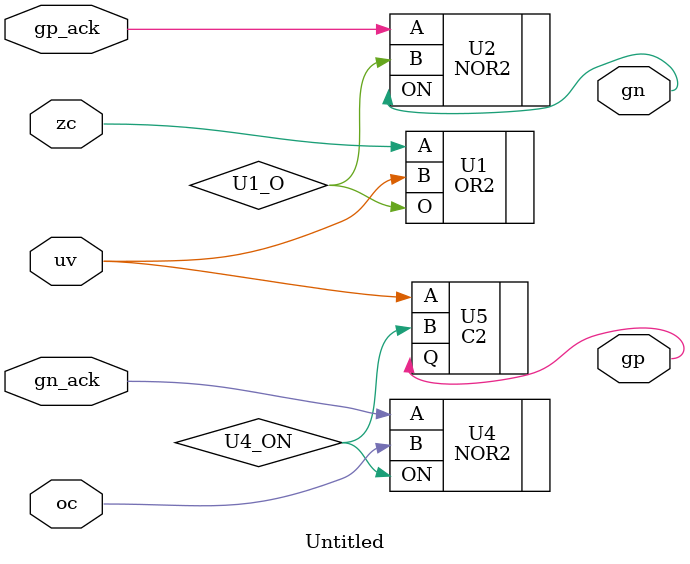
<source format=v>
module Untitled (gn, gp, oc, uv, zc, gn_ack, gp_ack);
    input oc, uv, zc, gn_ack, gp_ack;
    output gn, gp;

    OR2 U1 (.O(U1_O), .A(zc), .B(uv));
    NOR2 U2 (.ON(gn), .A(gp_ack), .B(U1_O));
    NOR2 U4 (.ON(U4_ON), .A(gn_ack), .B(oc));
    C2 U5 (.Q(gp), .A(uv), .B(U4_ON));

    // signal values at the initial state:
    // !U1_O gn !U4_ON !gp !oc !uv !zc gn_ack !gp_ack
endmodule

</source>
